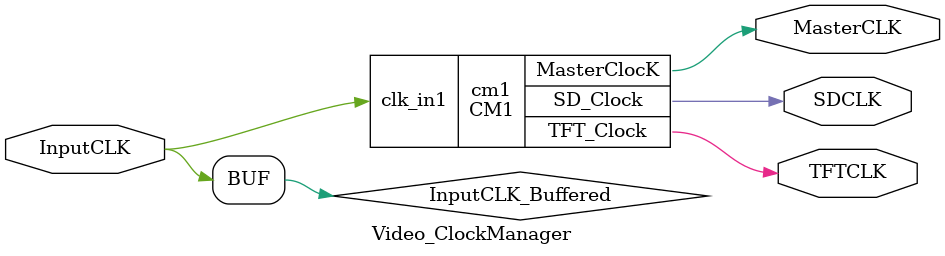
<source format=v>
module CM1(
	output        MasterClocK,
	output        SD_Clock,
	output        TFT_Clock,
	input         clk_in1 
);

	// Input buffering
	//------------------------------------
	wire clk_in1_reloj1_clk_wiz_0_0;
	wire clk_in2_reloj1_clk_wiz_0_0;
	assign clk_in1_reloj1_clk_wiz_0_0=clk_in1;
  

	// Clocking PRIMITIVE
	//------------------------------------

	// Instantiation of the MMCM PRIMITIVE
	//    * Unused inputs are tied off
	//    * Unused outputs are labeled unused

	wire        MasterClocK_reloj1_clk_wiz_0_0;
	wire        SD_Clock_reloj1_clk_wiz_0_0;
	wire        TFT_Clock_reloj1_clk_wiz_0_0;
	wire        clk_out4_reloj1_clk_wiz_0_0;
	wire        clk_out5_reloj1_clk_wiz_0_0;
	wire        clk_out6_reloj1_clk_wiz_0_0;
	wire        clk_out7_reloj1_clk_wiz_0_0;

	wire [15:0] do_unused;
	wire        drdy_unused;
	wire        psdone_unused;
	wire        locked_int;
	wire        clkfbout_reloj1_clk_wiz_0_0;
	wire        clkfbout_buf_reloj1_clk_wiz_0_0;
	wire        clkfboutb_unused;
	wire        clkout0b_unused;
	wire        clkout1b_unused;
	wire        clkout2b_unused;
	wire        clkout3_unused;
	wire        clkout3b_unused;
	wire        clkout4_unused;
	wire        clkout5_unused;
	wire        clkout6_unused;
	wire        clkfbstopped_unused;
	wire        clkinstopped_unused;
	(* KEEP = "TRUE" *) 
	(* ASYNC_REG = "TRUE" *)
	reg  [7 :0] seq_reg1 = 0;
	(* KEEP = "TRUE" *) 
	(* ASYNC_REG = "TRUE" *)
	reg  [7 :0] seq_reg2 = 0;
	(* KEEP = "TRUE" *) 
	(* ASYNC_REG = "TRUE" *)
	reg  [7 :0] seq_reg3 = 0;

	MMCME2_ADV #(
    	.BANDWIDTH            ("OPTIMIZED"),
    	.CLKOUT4_CASCADE      ("FALSE"),
	    .COMPENSATION         ("ZHOLD"),
	    .STARTUP_WAIT         ("FALSE"),
	    .DIVCLK_DIVIDE        (1),
	    .CLKFBOUT_MULT_F      (8.000),
	    .CLKFBOUT_PHASE       (0.000),
	    .CLKFBOUT_USE_FINE_PS ("FALSE"),
	    .CLKOUT0_DIVIDE_F     (8.000),
	    .CLKOUT0_PHASE        (0.000),
	    .CLKOUT0_DUTY_CYCLE   (0.500),
	    .CLKOUT0_USE_FINE_PS  ("FALSE"),
	    .CLKOUT1_DIVIDE       (64),
	    .CLKOUT1_PHASE        (0.000),
	    .CLKOUT1_DUTY_CYCLE   (0.500),
	    .CLKOUT1_USE_FINE_PS  ("FALSE"),
	    .CLKOUT2_DIVIDE       (128),
	    .CLKOUT2_PHASE        (0.000),
	    .CLKOUT2_DUTY_CYCLE   (0.500),
	    .CLKOUT2_USE_FINE_PS  ("FALSE"),
	    .CLKIN1_PERIOD        (10.000))
	mmcm_adv_inst1(
    // Output clocks   
	    .CLKFBOUT            (clkfbout_reloj1_clk_wiz_0_0),
	    .CLKFBOUTB           (clkfboutb_unused),
	    .CLKOUT0             (MasterClocK_reloj1_clk_wiz_0_0),
	    .CLKOUT0B            (clkout0b_unused),
	    .CLKOUT1             (SD_Clock_reloj1_clk_wiz_0_0),
	    .CLKOUT1B            (clkout1b_unused),
	    .CLKOUT2             (TFT_Clock_reloj1_clk_wiz_0_0),
	    .CLKOUT2B            (clkout2b_unused),
	    .CLKOUT3             (clkout3_unused),
	    .CLKOUT3B            (clkout3b_unused),
	    .CLKOUT4             (clkout4_unused),
	    .CLKOUT5             (clkout5_unused),
	    .CLKOUT6             (clkout6_unused),
	     // Input clock control
	    .CLKFBIN             (clkfbout_buf_reloj1_clk_wiz_0_0),
	    .CLKIN1              (clk_in1_reloj1_clk_wiz_0_0),
	    .CLKIN2              (1'b0),
	     // Tied to always select the primary input clock
	    .CLKINSEL            (1'b1),
	    // Ports for dynamic reconfiguration
	    .DADDR               (7'h0),
	    .DCLK                (1'b0),
	    .DEN                 (1'b0),
	    .DI                  (16'h0),
	    .DO                  (do_unused),
	    .DRDY                (drdy_unused),
	    .DWE                 (1'b0),
	    // Ports for dynamic phase shift
	    .PSCLK               (1'b0),
	    .PSEN                (1'b0),
	    .PSINCDEC            (1'b0),
	    .PSDONE              (psdone_unused),
	    // Other control and status signals
	    .LOCKED              (locked_int),
	    .CLKINSTOPPED        (clkinstopped_unused),
	    .CLKFBSTOPPED        (clkfbstopped_unused),
	    .PWRDWN              (1'b0),
	    .RST                 (1'b0)
	);

// Clock Monitor clock assigning
//--------------------------------------
// Output buffering
//-----------------------------------

	BUFG clkf_buf1(
    	.O(clkfbout_buf_reloj1_clk_wiz_0_0),
    	.I(clkfbout_reloj1_clk_wiz_0_0)
	);


  	BUFGCE clkout1_buf1(
    	.O(MasterClocK),
    	.CE(seq_reg1[7]),
    	.I(MasterClocK_reloj1_clk_wiz_0_0)
  	);

	BUFH clkout1_buf_en1(
    	.O(MasterClocK_reloj1_clk_wiz_0_0_en_clk),
    	.I(MasterClocK_reloj1_clk_wiz_0_0)
	);

	always @(posedge MasterClocK_reloj1_clk_wiz_0_0_en_clk)
        seq_reg1 <= {seq_reg1[6:0],locked_int};


	BUFGCE clkout2_buf1(
    	.O(SD_Clock),
    	.CE(seq_reg2[7]),
    	.I(SD_Clock_reloj1_clk_wiz_0_0)
  	);
 
  	BUFH clkout2_buf_en1(
    	.O(SD_Clock_reloj1_clk_wiz_0_0_en_clk),
    	.I(SD_Clock_reloj1_clk_wiz_0_0)
  	);
 
  	always @(posedge SD_Clock_reloj1_clk_wiz_0_0_en_clk)
        seq_reg2 <= {seq_reg2[6:0],locked_int};


  	BUFGCE clkout3_buf1(
    	.O(TFT_Clock),
    	.CE(seq_reg3[7]),
    	.I(TFT_Clock_reloj1_clk_wiz_0_0)
  	);
 
  	BUFH clkout3_buf_en1(
    	.O(TFT_Clock_reloj1_clk_wiz_0_0_en_clk),
    	.I(TFT_Clock_reloj1_clk_wiz_0_0)
  	);
 
  	always @(posedge TFT_Clock_reloj1_clk_wiz_0_0_en_clk)
        seq_reg3 <= {seq_reg3[6:0],locked_int};

endmodule
//----------------------------------------------------------------------




module Video_ClockManager(
  	input  InputCLK,
  	output MasterCLK,
  	output TFTCLK,
  	output SDCLK
 );
  	wire InputCLK_Buffered;

  	assign InputCLK_Buffered =InputCLK;
  
  	CM1 cm1(
    	.MasterClocK(MasterCLK),
    	.SD_Clock(SDCLK),
    	.TFT_Clock(TFTCLK),
    	.clk_in1(InputCLK_Buffered)
  	);
   	  
endmodule

</source>
